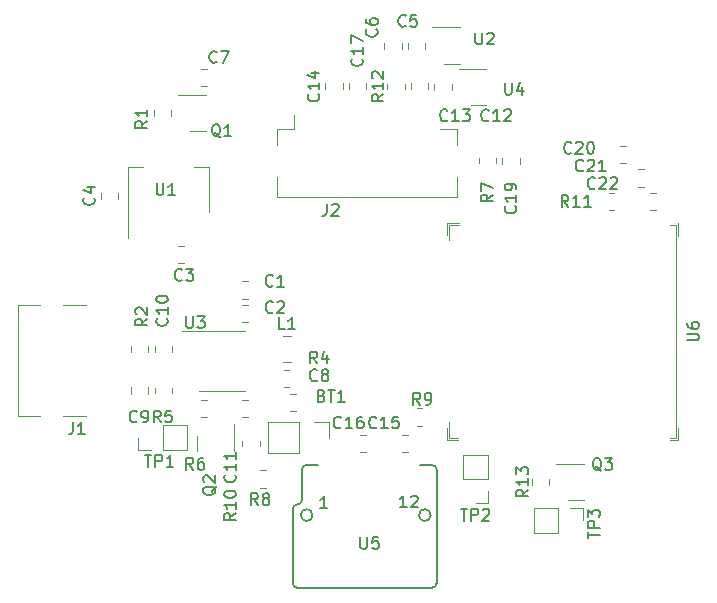
<source format=gbr>
%TF.GenerationSoftware,KiCad,Pcbnew,(6.0.7)*%
%TF.CreationDate,2023-03-05T02:05:44+08:00*%
%TF.ProjectId,CameraPosition,43616d65-7261-4506-9f73-6974696f6e2e,rev?*%
%TF.SameCoordinates,Original*%
%TF.FileFunction,Legend,Top*%
%TF.FilePolarity,Positive*%
%FSLAX46Y46*%
G04 Gerber Fmt 4.6, Leading zero omitted, Abs format (unit mm)*
G04 Created by KiCad (PCBNEW (6.0.7)) date 2023-03-05 02:05:44*
%MOMM*%
%LPD*%
G01*
G04 APERTURE LIST*
%ADD10C,0.150000*%
%ADD11C,0.120000*%
G04 APERTURE END LIST*
D10*
%TO.C,R12*%
X50202380Y-26392857D02*
X49726190Y-26726190D01*
X50202380Y-26964285D02*
X49202380Y-26964285D01*
X49202380Y-26583333D01*
X49250000Y-26488095D01*
X49297619Y-26440476D01*
X49392857Y-26392857D01*
X49535714Y-26392857D01*
X49630952Y-26440476D01*
X49678571Y-26488095D01*
X49726190Y-26583333D01*
X49726190Y-26964285D01*
X50202380Y-25440476D02*
X50202380Y-26011904D01*
X50202380Y-25726190D02*
X49202380Y-25726190D01*
X49345238Y-25821428D01*
X49440476Y-25916666D01*
X49488095Y-26011904D01*
X49297619Y-25059523D02*
X49250000Y-25011904D01*
X49202380Y-24916666D01*
X49202380Y-24678571D01*
X49250000Y-24583333D01*
X49297619Y-24535714D01*
X49392857Y-24488095D01*
X49488095Y-24488095D01*
X49630952Y-24535714D01*
X50202380Y-25107142D01*
X50202380Y-24488095D01*
%TO.C,C5*%
X52083333Y-20607142D02*
X52035714Y-20654761D01*
X51892857Y-20702380D01*
X51797619Y-20702380D01*
X51654761Y-20654761D01*
X51559523Y-20559523D01*
X51511904Y-20464285D01*
X51464285Y-20273809D01*
X51464285Y-20130952D01*
X51511904Y-19940476D01*
X51559523Y-19845238D01*
X51654761Y-19750000D01*
X51797619Y-19702380D01*
X51892857Y-19702380D01*
X52035714Y-19750000D01*
X52083333Y-19797619D01*
X52988095Y-19702380D02*
X52511904Y-19702380D01*
X52464285Y-20178571D01*
X52511904Y-20130952D01*
X52607142Y-20083333D01*
X52845238Y-20083333D01*
X52940476Y-20130952D01*
X52988095Y-20178571D01*
X53035714Y-20273809D01*
X53035714Y-20511904D01*
X52988095Y-20607142D01*
X52940476Y-20654761D01*
X52845238Y-20702380D01*
X52607142Y-20702380D01*
X52511904Y-20654761D01*
X52464285Y-20607142D01*
%TO.C,C20*%
X66107142Y-31357142D02*
X66059523Y-31404761D01*
X65916666Y-31452380D01*
X65821428Y-31452380D01*
X65678571Y-31404761D01*
X65583333Y-31309523D01*
X65535714Y-31214285D01*
X65488095Y-31023809D01*
X65488095Y-30880952D01*
X65535714Y-30690476D01*
X65583333Y-30595238D01*
X65678571Y-30500000D01*
X65821428Y-30452380D01*
X65916666Y-30452380D01*
X66059523Y-30500000D01*
X66107142Y-30547619D01*
X66488095Y-30547619D02*
X66535714Y-30500000D01*
X66630952Y-30452380D01*
X66869047Y-30452380D01*
X66964285Y-30500000D01*
X67011904Y-30547619D01*
X67059523Y-30642857D01*
X67059523Y-30738095D01*
X67011904Y-30880952D01*
X66440476Y-31452380D01*
X67059523Y-31452380D01*
X67678571Y-30452380D02*
X67773809Y-30452380D01*
X67869047Y-30500000D01*
X67916666Y-30547619D01*
X67964285Y-30642857D01*
X68011904Y-30833333D01*
X68011904Y-31071428D01*
X67964285Y-31261904D01*
X67916666Y-31357142D01*
X67869047Y-31404761D01*
X67773809Y-31452380D01*
X67678571Y-31452380D01*
X67583333Y-31404761D01*
X67535714Y-31357142D01*
X67488095Y-31261904D01*
X67440476Y-31071428D01*
X67440476Y-30833333D01*
X67488095Y-30642857D01*
X67535714Y-30547619D01*
X67583333Y-30500000D01*
X67678571Y-30452380D01*
%TO.C,C3*%
X33144585Y-42107142D02*
X33096966Y-42154761D01*
X32954109Y-42202380D01*
X32858871Y-42202380D01*
X32716013Y-42154761D01*
X32620775Y-42059523D01*
X32573156Y-41964285D01*
X32525537Y-41773809D01*
X32525537Y-41630952D01*
X32573156Y-41440476D01*
X32620775Y-41345238D01*
X32716013Y-41250000D01*
X32858871Y-41202380D01*
X32954109Y-41202380D01*
X33096966Y-41250000D01*
X33144585Y-41297619D01*
X33477918Y-41202380D02*
X34096966Y-41202380D01*
X33763632Y-41583333D01*
X33906490Y-41583333D01*
X34001728Y-41630952D01*
X34049347Y-41678571D01*
X34096966Y-41773809D01*
X34096966Y-42011904D01*
X34049347Y-42107142D01*
X34001728Y-42154761D01*
X33906490Y-42202380D01*
X33620775Y-42202380D01*
X33525537Y-42154761D01*
X33477918Y-42107142D01*
%TO.C,Q3*%
X68654761Y-58297619D02*
X68559523Y-58250000D01*
X68464285Y-58154761D01*
X68321428Y-58011904D01*
X68226190Y-57964285D01*
X68130952Y-57964285D01*
X68178571Y-58202380D02*
X68083333Y-58154761D01*
X67988095Y-58059523D01*
X67940476Y-57869047D01*
X67940476Y-57535714D01*
X67988095Y-57345238D01*
X68083333Y-57250000D01*
X68178571Y-57202380D01*
X68369047Y-57202380D01*
X68464285Y-57250000D01*
X68559523Y-57345238D01*
X68607142Y-57535714D01*
X68607142Y-57869047D01*
X68559523Y-58059523D01*
X68464285Y-58154761D01*
X68369047Y-58202380D01*
X68178571Y-58202380D01*
X68940476Y-57202380D02*
X69559523Y-57202380D01*
X69226190Y-57583333D01*
X69369047Y-57583333D01*
X69464285Y-57630952D01*
X69511904Y-57678571D01*
X69559523Y-57773809D01*
X69559523Y-58011904D01*
X69511904Y-58107142D01*
X69464285Y-58154761D01*
X69369047Y-58202380D01*
X69083333Y-58202380D01*
X68988095Y-58154761D01*
X68940476Y-58107142D01*
%TO.C,R8*%
X39583333Y-61202380D02*
X39250000Y-60726190D01*
X39011904Y-61202380D02*
X39011904Y-60202380D01*
X39392857Y-60202380D01*
X39488095Y-60250000D01*
X39535714Y-60297619D01*
X39583333Y-60392857D01*
X39583333Y-60535714D01*
X39535714Y-60630952D01*
X39488095Y-60678571D01*
X39392857Y-60726190D01*
X39011904Y-60726190D01*
X40154761Y-60630952D02*
X40059523Y-60583333D01*
X40011904Y-60535714D01*
X39964285Y-60440476D01*
X39964285Y-60392857D01*
X40011904Y-60297619D01*
X40059523Y-60250000D01*
X40154761Y-60202380D01*
X40345238Y-60202380D01*
X40440476Y-60250000D01*
X40488095Y-60297619D01*
X40535714Y-60392857D01*
X40535714Y-60440476D01*
X40488095Y-60535714D01*
X40440476Y-60583333D01*
X40345238Y-60630952D01*
X40154761Y-60630952D01*
X40059523Y-60678571D01*
X40011904Y-60726190D01*
X39964285Y-60821428D01*
X39964285Y-61011904D01*
X40011904Y-61107142D01*
X40059523Y-61154761D01*
X40154761Y-61202380D01*
X40345238Y-61202380D01*
X40440476Y-61154761D01*
X40488095Y-61107142D01*
X40535714Y-61011904D01*
X40535714Y-60821428D01*
X40488095Y-60726190D01*
X40440476Y-60678571D01*
X40345238Y-60630952D01*
%TO.C,C21*%
X67107142Y-32857142D02*
X67059523Y-32904761D01*
X66916666Y-32952380D01*
X66821428Y-32952380D01*
X66678571Y-32904761D01*
X66583333Y-32809523D01*
X66535714Y-32714285D01*
X66488095Y-32523809D01*
X66488095Y-32380952D01*
X66535714Y-32190476D01*
X66583333Y-32095238D01*
X66678571Y-32000000D01*
X66821428Y-31952380D01*
X66916666Y-31952380D01*
X67059523Y-32000000D01*
X67107142Y-32047619D01*
X67488095Y-32047619D02*
X67535714Y-32000000D01*
X67630952Y-31952380D01*
X67869047Y-31952380D01*
X67964285Y-32000000D01*
X68011904Y-32047619D01*
X68059523Y-32142857D01*
X68059523Y-32238095D01*
X68011904Y-32380952D01*
X67440476Y-32952380D01*
X68059523Y-32952380D01*
X69011904Y-32952380D02*
X68440476Y-32952380D01*
X68726190Y-32952380D02*
X68726190Y-31952380D01*
X68630952Y-32095238D01*
X68535714Y-32190476D01*
X68440476Y-32238095D01*
%TO.C,U4*%
X60488095Y-25452380D02*
X60488095Y-26261904D01*
X60535714Y-26357142D01*
X60583333Y-26404761D01*
X60678571Y-26452380D01*
X60869047Y-26452380D01*
X60964285Y-26404761D01*
X61011904Y-26357142D01*
X61059523Y-26261904D01*
X61059523Y-25452380D01*
X61964285Y-25785714D02*
X61964285Y-26452380D01*
X61726190Y-25404761D02*
X61488095Y-26119047D01*
X62107142Y-26119047D01*
%TO.C,C15*%
X49607142Y-54607142D02*
X49559523Y-54654761D01*
X49416666Y-54702380D01*
X49321428Y-54702380D01*
X49178571Y-54654761D01*
X49083333Y-54559523D01*
X49035714Y-54464285D01*
X48988095Y-54273809D01*
X48988095Y-54130952D01*
X49035714Y-53940476D01*
X49083333Y-53845238D01*
X49178571Y-53750000D01*
X49321428Y-53702380D01*
X49416666Y-53702380D01*
X49559523Y-53750000D01*
X49607142Y-53797619D01*
X50559523Y-54702380D02*
X49988095Y-54702380D01*
X50273809Y-54702380D02*
X50273809Y-53702380D01*
X50178571Y-53845238D01*
X50083333Y-53940476D01*
X49988095Y-53988095D01*
X51464285Y-53702380D02*
X50988095Y-53702380D01*
X50940476Y-54178571D01*
X50988095Y-54130952D01*
X51083333Y-54083333D01*
X51321428Y-54083333D01*
X51416666Y-54130952D01*
X51464285Y-54178571D01*
X51511904Y-54273809D01*
X51511904Y-54511904D01*
X51464285Y-54607142D01*
X51416666Y-54654761D01*
X51321428Y-54702380D01*
X51083333Y-54702380D01*
X50988095Y-54654761D01*
X50940476Y-54607142D01*
%TO.C,R11*%
X65857142Y-35952380D02*
X65523809Y-35476190D01*
X65285714Y-35952380D02*
X65285714Y-34952380D01*
X65666666Y-34952380D01*
X65761904Y-35000000D01*
X65809523Y-35047619D01*
X65857142Y-35142857D01*
X65857142Y-35285714D01*
X65809523Y-35380952D01*
X65761904Y-35428571D01*
X65666666Y-35476190D01*
X65285714Y-35476190D01*
X66809523Y-35952380D02*
X66238095Y-35952380D01*
X66523809Y-35952380D02*
X66523809Y-34952380D01*
X66428571Y-35095238D01*
X66333333Y-35190476D01*
X66238095Y-35238095D01*
X67761904Y-35952380D02*
X67190476Y-35952380D01*
X67476190Y-35952380D02*
X67476190Y-34952380D01*
X67380952Y-35095238D01*
X67285714Y-35190476D01*
X67190476Y-35238095D01*
%TO.C,C12*%
X59107142Y-28607142D02*
X59059523Y-28654761D01*
X58916666Y-28702380D01*
X58821428Y-28702380D01*
X58678571Y-28654761D01*
X58583333Y-28559523D01*
X58535714Y-28464285D01*
X58488095Y-28273809D01*
X58488095Y-28130952D01*
X58535714Y-27940476D01*
X58583333Y-27845238D01*
X58678571Y-27750000D01*
X58821428Y-27702380D01*
X58916666Y-27702380D01*
X59059523Y-27750000D01*
X59107142Y-27797619D01*
X60059523Y-28702380D02*
X59488095Y-28702380D01*
X59773809Y-28702380D02*
X59773809Y-27702380D01*
X59678571Y-27845238D01*
X59583333Y-27940476D01*
X59488095Y-27988095D01*
X60440476Y-27797619D02*
X60488095Y-27750000D01*
X60583333Y-27702380D01*
X60821428Y-27702380D01*
X60916666Y-27750000D01*
X60964285Y-27797619D01*
X61011904Y-27892857D01*
X61011904Y-27988095D01*
X60964285Y-28130952D01*
X60392857Y-28702380D01*
X61011904Y-28702380D01*
%TO.C,C2*%
X40833333Y-44857142D02*
X40785714Y-44904761D01*
X40642857Y-44952380D01*
X40547619Y-44952380D01*
X40404761Y-44904761D01*
X40309523Y-44809523D01*
X40261904Y-44714285D01*
X40214285Y-44523809D01*
X40214285Y-44380952D01*
X40261904Y-44190476D01*
X40309523Y-44095238D01*
X40404761Y-44000000D01*
X40547619Y-43952380D01*
X40642857Y-43952380D01*
X40785714Y-44000000D01*
X40833333Y-44047619D01*
X41214285Y-44047619D02*
X41261904Y-44000000D01*
X41357142Y-43952380D01*
X41595238Y-43952380D01*
X41690476Y-44000000D01*
X41738095Y-44047619D01*
X41785714Y-44142857D01*
X41785714Y-44238095D01*
X41738095Y-44380952D01*
X41166666Y-44952380D01*
X41785714Y-44952380D01*
%TO.C,C14*%
X44677142Y-26392857D02*
X44724761Y-26440476D01*
X44772380Y-26583333D01*
X44772380Y-26678571D01*
X44724761Y-26821428D01*
X44629523Y-26916666D01*
X44534285Y-26964285D01*
X44343809Y-27011904D01*
X44200952Y-27011904D01*
X44010476Y-26964285D01*
X43915238Y-26916666D01*
X43820000Y-26821428D01*
X43772380Y-26678571D01*
X43772380Y-26583333D01*
X43820000Y-26440476D01*
X43867619Y-26392857D01*
X44772380Y-25440476D02*
X44772380Y-26011904D01*
X44772380Y-25726190D02*
X43772380Y-25726190D01*
X43915238Y-25821428D01*
X44010476Y-25916666D01*
X44058095Y-26011904D01*
X44105714Y-24583333D02*
X44772380Y-24583333D01*
X43724761Y-24821428D02*
X44439047Y-25059523D01*
X44439047Y-24440476D01*
%TO.C,R13*%
X62452380Y-59892857D02*
X61976190Y-60226190D01*
X62452380Y-60464285D02*
X61452380Y-60464285D01*
X61452380Y-60083333D01*
X61500000Y-59988095D01*
X61547619Y-59940476D01*
X61642857Y-59892857D01*
X61785714Y-59892857D01*
X61880952Y-59940476D01*
X61928571Y-59988095D01*
X61976190Y-60083333D01*
X61976190Y-60464285D01*
X62452380Y-58940476D02*
X62452380Y-59511904D01*
X62452380Y-59226190D02*
X61452380Y-59226190D01*
X61595238Y-59321428D01*
X61690476Y-59416666D01*
X61738095Y-59511904D01*
X61452380Y-58607142D02*
X61452380Y-57988095D01*
X61833333Y-58321428D01*
X61833333Y-58178571D01*
X61880952Y-58083333D01*
X61928571Y-58035714D01*
X62023809Y-57988095D01*
X62261904Y-57988095D01*
X62357142Y-58035714D01*
X62404761Y-58083333D01*
X62452380Y-58178571D01*
X62452380Y-58464285D01*
X62404761Y-58559523D01*
X62357142Y-58607142D01*
%TO.C,R5*%
X31333333Y-54202380D02*
X31000000Y-53726190D01*
X30761904Y-54202380D02*
X30761904Y-53202380D01*
X31142857Y-53202380D01*
X31238095Y-53250000D01*
X31285714Y-53297619D01*
X31333333Y-53392857D01*
X31333333Y-53535714D01*
X31285714Y-53630952D01*
X31238095Y-53678571D01*
X31142857Y-53726190D01*
X30761904Y-53726190D01*
X32238095Y-53202380D02*
X31761904Y-53202380D01*
X31714285Y-53678571D01*
X31761904Y-53630952D01*
X31857142Y-53583333D01*
X32095238Y-53583333D01*
X32190476Y-53630952D01*
X32238095Y-53678571D01*
X32285714Y-53773809D01*
X32285714Y-54011904D01*
X32238095Y-54107142D01*
X32190476Y-54154761D01*
X32095238Y-54202380D01*
X31857142Y-54202380D01*
X31761904Y-54154761D01*
X31714285Y-54107142D01*
%TO.C,R9*%
X53310397Y-52702380D02*
X52977064Y-52226190D01*
X52738968Y-52702380D02*
X52738968Y-51702380D01*
X53119921Y-51702380D01*
X53215159Y-51750000D01*
X53262778Y-51797619D01*
X53310397Y-51892857D01*
X53310397Y-52035714D01*
X53262778Y-52130952D01*
X53215159Y-52178571D01*
X53119921Y-52226190D01*
X52738968Y-52226190D01*
X53786587Y-52702380D02*
X53977064Y-52702380D01*
X54072302Y-52654761D01*
X54119921Y-52607142D01*
X54215159Y-52464285D01*
X54262778Y-52273809D01*
X54262778Y-51892857D01*
X54215159Y-51797619D01*
X54167540Y-51750000D01*
X54072302Y-51702380D01*
X53881825Y-51702380D01*
X53786587Y-51750000D01*
X53738968Y-51797619D01*
X53691349Y-51892857D01*
X53691349Y-52130952D01*
X53738968Y-52226190D01*
X53786587Y-52273809D01*
X53881825Y-52321428D01*
X54072302Y-52321428D01*
X54167540Y-52273809D01*
X54215159Y-52226190D01*
X54262778Y-52130952D01*
%TO.C,U3*%
X33488095Y-45202380D02*
X33488095Y-46011904D01*
X33535714Y-46107142D01*
X33583333Y-46154761D01*
X33678571Y-46202380D01*
X33869047Y-46202380D01*
X33964285Y-46154761D01*
X34011904Y-46107142D01*
X34059523Y-46011904D01*
X34059523Y-45202380D01*
X34440476Y-45202380D02*
X35059523Y-45202380D01*
X34726190Y-45583333D01*
X34869047Y-45583333D01*
X34964285Y-45630952D01*
X35011904Y-45678571D01*
X35059523Y-45773809D01*
X35059523Y-46011904D01*
X35011904Y-46107142D01*
X34964285Y-46154761D01*
X34869047Y-46202380D01*
X34583333Y-46202380D01*
X34488095Y-46154761D01*
X34440476Y-46107142D01*
%TO.C,C16*%
X46607142Y-54607142D02*
X46559523Y-54654761D01*
X46416666Y-54702380D01*
X46321428Y-54702380D01*
X46178571Y-54654761D01*
X46083333Y-54559523D01*
X46035714Y-54464285D01*
X45988095Y-54273809D01*
X45988095Y-54130952D01*
X46035714Y-53940476D01*
X46083333Y-53845238D01*
X46178571Y-53750000D01*
X46321428Y-53702380D01*
X46416666Y-53702380D01*
X46559523Y-53750000D01*
X46607142Y-53797619D01*
X47559523Y-54702380D02*
X46988095Y-54702380D01*
X47273809Y-54702380D02*
X47273809Y-53702380D01*
X47178571Y-53845238D01*
X47083333Y-53940476D01*
X46988095Y-53988095D01*
X48416666Y-53702380D02*
X48226190Y-53702380D01*
X48130952Y-53750000D01*
X48083333Y-53797619D01*
X47988095Y-53940476D01*
X47940476Y-54130952D01*
X47940476Y-54511904D01*
X47988095Y-54607142D01*
X48035714Y-54654761D01*
X48130952Y-54702380D01*
X48321428Y-54702380D01*
X48416666Y-54654761D01*
X48464285Y-54607142D01*
X48511904Y-54511904D01*
X48511904Y-54273809D01*
X48464285Y-54178571D01*
X48416666Y-54130952D01*
X48321428Y-54083333D01*
X48130952Y-54083333D01*
X48035714Y-54130952D01*
X47988095Y-54178571D01*
X47940476Y-54273809D01*
%TO.C,C4*%
X25677142Y-35166666D02*
X25724761Y-35214285D01*
X25772380Y-35357142D01*
X25772380Y-35452380D01*
X25724761Y-35595238D01*
X25629523Y-35690476D01*
X25534285Y-35738095D01*
X25343809Y-35785714D01*
X25200952Y-35785714D01*
X25010476Y-35738095D01*
X24915238Y-35690476D01*
X24820000Y-35595238D01*
X24772380Y-35452380D01*
X24772380Y-35357142D01*
X24820000Y-35214285D01*
X24867619Y-35166666D01*
X25105714Y-34309523D02*
X25772380Y-34309523D01*
X24724761Y-34547619D02*
X25439047Y-34785714D01*
X25439047Y-34166666D01*
%TO.C,J2*%
X45416666Y-35702380D02*
X45416666Y-36416666D01*
X45369047Y-36559523D01*
X45273809Y-36654761D01*
X45130952Y-36702380D01*
X45035714Y-36702380D01*
X45845238Y-35797619D02*
X45892857Y-35750000D01*
X45988095Y-35702380D01*
X46226190Y-35702380D01*
X46321428Y-35750000D01*
X46369047Y-35797619D01*
X46416666Y-35892857D01*
X46416666Y-35988095D01*
X46369047Y-36130952D01*
X45797619Y-36702380D01*
X46416666Y-36702380D01*
%TO.C,C1*%
X40833333Y-42607142D02*
X40785714Y-42654761D01*
X40642857Y-42702380D01*
X40547619Y-42702380D01*
X40404761Y-42654761D01*
X40309523Y-42559523D01*
X40261904Y-42464285D01*
X40214285Y-42273809D01*
X40214285Y-42130952D01*
X40261904Y-41940476D01*
X40309523Y-41845238D01*
X40404761Y-41750000D01*
X40547619Y-41702380D01*
X40642857Y-41702380D01*
X40785714Y-41750000D01*
X40833333Y-41797619D01*
X41785714Y-42702380D02*
X41214285Y-42702380D01*
X41500000Y-42702380D02*
X41500000Y-41702380D01*
X41404761Y-41845238D01*
X41309523Y-41940476D01*
X41214285Y-41988095D01*
%TO.C,Q2*%
X36047619Y-59595238D02*
X36000000Y-59690476D01*
X35904761Y-59785714D01*
X35761904Y-59928571D01*
X35714285Y-60023809D01*
X35714285Y-60119047D01*
X35952380Y-60071428D02*
X35904761Y-60166666D01*
X35809523Y-60261904D01*
X35619047Y-60309523D01*
X35285714Y-60309523D01*
X35095238Y-60261904D01*
X35000000Y-60166666D01*
X34952380Y-60071428D01*
X34952380Y-59880952D01*
X35000000Y-59785714D01*
X35095238Y-59690476D01*
X35285714Y-59642857D01*
X35619047Y-59642857D01*
X35809523Y-59690476D01*
X35904761Y-59785714D01*
X35952380Y-59880952D01*
X35952380Y-60071428D01*
X35047619Y-59261904D02*
X35000000Y-59214285D01*
X34952380Y-59119047D01*
X34952380Y-58880952D01*
X35000000Y-58785714D01*
X35047619Y-58738095D01*
X35142857Y-58690476D01*
X35238095Y-58690476D01*
X35380952Y-58738095D01*
X35952380Y-59309523D01*
X35952380Y-58690476D01*
%TO.C,R10*%
X37702380Y-61892857D02*
X37226190Y-62226190D01*
X37702380Y-62464285D02*
X36702380Y-62464285D01*
X36702380Y-62083333D01*
X36750000Y-61988095D01*
X36797619Y-61940476D01*
X36892857Y-61892857D01*
X37035714Y-61892857D01*
X37130952Y-61940476D01*
X37178571Y-61988095D01*
X37226190Y-62083333D01*
X37226190Y-62464285D01*
X37702380Y-60940476D02*
X37702380Y-61511904D01*
X37702380Y-61226190D02*
X36702380Y-61226190D01*
X36845238Y-61321428D01*
X36940476Y-61416666D01*
X36988095Y-61511904D01*
X36702380Y-60321428D02*
X36702380Y-60226190D01*
X36750000Y-60130952D01*
X36797619Y-60083333D01*
X36892857Y-60035714D01*
X37083333Y-59988095D01*
X37321428Y-59988095D01*
X37511904Y-60035714D01*
X37607142Y-60083333D01*
X37654761Y-60130952D01*
X37702380Y-60226190D01*
X37702380Y-60321428D01*
X37654761Y-60416666D01*
X37607142Y-60464285D01*
X37511904Y-60511904D01*
X37321428Y-60559523D01*
X37083333Y-60559523D01*
X36892857Y-60511904D01*
X36797619Y-60464285D01*
X36750000Y-60416666D01*
X36702380Y-60321428D01*
%TO.C,R7*%
X59452380Y-34916666D02*
X58976190Y-35250000D01*
X59452380Y-35488095D02*
X58452380Y-35488095D01*
X58452380Y-35107142D01*
X58500000Y-35011904D01*
X58547619Y-34964285D01*
X58642857Y-34916666D01*
X58785714Y-34916666D01*
X58880952Y-34964285D01*
X58928571Y-35011904D01*
X58976190Y-35107142D01*
X58976190Y-35488095D01*
X58452380Y-34583333D02*
X58452380Y-33916666D01*
X59452380Y-34345238D01*
%TO.C,Q1*%
X36404761Y-30047619D02*
X36309523Y-30000000D01*
X36214285Y-29904761D01*
X36071428Y-29761904D01*
X35976190Y-29714285D01*
X35880952Y-29714285D01*
X35928571Y-29952380D02*
X35833333Y-29904761D01*
X35738095Y-29809523D01*
X35690476Y-29619047D01*
X35690476Y-29285714D01*
X35738095Y-29095238D01*
X35833333Y-29000000D01*
X35928571Y-28952380D01*
X36119047Y-28952380D01*
X36214285Y-29000000D01*
X36309523Y-29095238D01*
X36357142Y-29285714D01*
X36357142Y-29619047D01*
X36309523Y-29809523D01*
X36214285Y-29904761D01*
X36119047Y-29952380D01*
X35928571Y-29952380D01*
X37309523Y-29952380D02*
X36738095Y-29952380D01*
X37023809Y-29952380D02*
X37023809Y-28952380D01*
X36928571Y-29095238D01*
X36833333Y-29190476D01*
X36738095Y-29238095D01*
%TO.C,C13*%
X55607142Y-28607142D02*
X55559523Y-28654761D01*
X55416666Y-28702380D01*
X55321428Y-28702380D01*
X55178571Y-28654761D01*
X55083333Y-28559523D01*
X55035714Y-28464285D01*
X54988095Y-28273809D01*
X54988095Y-28130952D01*
X55035714Y-27940476D01*
X55083333Y-27845238D01*
X55178571Y-27750000D01*
X55321428Y-27702380D01*
X55416666Y-27702380D01*
X55559523Y-27750000D01*
X55607142Y-27797619D01*
X56559523Y-28702380D02*
X55988095Y-28702380D01*
X56273809Y-28702380D02*
X56273809Y-27702380D01*
X56178571Y-27845238D01*
X56083333Y-27940476D01*
X55988095Y-27988095D01*
X56892857Y-27702380D02*
X57511904Y-27702380D01*
X57178571Y-28083333D01*
X57321428Y-28083333D01*
X57416666Y-28130952D01*
X57464285Y-28178571D01*
X57511904Y-28273809D01*
X57511904Y-28511904D01*
X57464285Y-28607142D01*
X57416666Y-28654761D01*
X57321428Y-28702380D01*
X57035714Y-28702380D01*
X56940476Y-28654761D01*
X56892857Y-28607142D01*
%TO.C,L1*%
X41858333Y-46302380D02*
X41382142Y-46302380D01*
X41382142Y-45302380D01*
X42715476Y-46302380D02*
X42144047Y-46302380D01*
X42429761Y-46302380D02*
X42429761Y-45302380D01*
X42334523Y-45445238D01*
X42239285Y-45540476D01*
X42144047Y-45588095D01*
%TO.C,C8*%
X44583333Y-50607142D02*
X44535714Y-50654761D01*
X44392857Y-50702380D01*
X44297619Y-50702380D01*
X44154761Y-50654761D01*
X44059523Y-50559523D01*
X44011904Y-50464285D01*
X43964285Y-50273809D01*
X43964285Y-50130952D01*
X44011904Y-49940476D01*
X44059523Y-49845238D01*
X44154761Y-49750000D01*
X44297619Y-49702380D01*
X44392857Y-49702380D01*
X44535714Y-49750000D01*
X44583333Y-49797619D01*
X45154761Y-50130952D02*
X45059523Y-50083333D01*
X45011904Y-50035714D01*
X44964285Y-49940476D01*
X44964285Y-49892857D01*
X45011904Y-49797619D01*
X45059523Y-49750000D01*
X45154761Y-49702380D01*
X45345238Y-49702380D01*
X45440476Y-49750000D01*
X45488095Y-49797619D01*
X45535714Y-49892857D01*
X45535714Y-49940476D01*
X45488095Y-50035714D01*
X45440476Y-50083333D01*
X45345238Y-50130952D01*
X45154761Y-50130952D01*
X45059523Y-50178571D01*
X45011904Y-50226190D01*
X44964285Y-50321428D01*
X44964285Y-50511904D01*
X45011904Y-50607142D01*
X45059523Y-50654761D01*
X45154761Y-50702380D01*
X45345238Y-50702380D01*
X45440476Y-50654761D01*
X45488095Y-50607142D01*
X45535714Y-50511904D01*
X45535714Y-50321428D01*
X45488095Y-50226190D01*
X45440476Y-50178571D01*
X45345238Y-50130952D01*
%TO.C,R6*%
X34083333Y-58202380D02*
X33750000Y-57726190D01*
X33511904Y-58202380D02*
X33511904Y-57202380D01*
X33892857Y-57202380D01*
X33988095Y-57250000D01*
X34035714Y-57297619D01*
X34083333Y-57392857D01*
X34083333Y-57535714D01*
X34035714Y-57630952D01*
X33988095Y-57678571D01*
X33892857Y-57726190D01*
X33511904Y-57726190D01*
X34940476Y-57202380D02*
X34750000Y-57202380D01*
X34654761Y-57250000D01*
X34607142Y-57297619D01*
X34511904Y-57440476D01*
X34464285Y-57630952D01*
X34464285Y-58011904D01*
X34511904Y-58107142D01*
X34559523Y-58154761D01*
X34654761Y-58202380D01*
X34845238Y-58202380D01*
X34940476Y-58154761D01*
X34988095Y-58107142D01*
X35035714Y-58011904D01*
X35035714Y-57773809D01*
X34988095Y-57678571D01*
X34940476Y-57630952D01*
X34845238Y-57583333D01*
X34654761Y-57583333D01*
X34559523Y-57630952D01*
X34511904Y-57678571D01*
X34464285Y-57773809D01*
%TO.C,C19*%
X61357142Y-35892857D02*
X61404761Y-35940476D01*
X61452380Y-36083333D01*
X61452380Y-36178571D01*
X61404761Y-36321428D01*
X61309523Y-36416666D01*
X61214285Y-36464285D01*
X61023809Y-36511904D01*
X60880952Y-36511904D01*
X60690476Y-36464285D01*
X60595238Y-36416666D01*
X60500000Y-36321428D01*
X60452380Y-36178571D01*
X60452380Y-36083333D01*
X60500000Y-35940476D01*
X60547619Y-35892857D01*
X61452380Y-34940476D02*
X61452380Y-35511904D01*
X61452380Y-35226190D02*
X60452380Y-35226190D01*
X60595238Y-35321428D01*
X60690476Y-35416666D01*
X60738095Y-35511904D01*
X61452380Y-34464285D02*
X61452380Y-34273809D01*
X61404761Y-34178571D01*
X61357142Y-34130952D01*
X61214285Y-34035714D01*
X61023809Y-33988095D01*
X60642857Y-33988095D01*
X60547619Y-34035714D01*
X60500000Y-34083333D01*
X60452380Y-34178571D01*
X60452380Y-34369047D01*
X60500000Y-34464285D01*
X60547619Y-34511904D01*
X60642857Y-34559523D01*
X60880952Y-34559523D01*
X60976190Y-34511904D01*
X61023809Y-34464285D01*
X61071428Y-34369047D01*
X61071428Y-34178571D01*
X61023809Y-34083333D01*
X60976190Y-34035714D01*
X60880952Y-33988095D01*
%TO.C,U6*%
X75902380Y-47261904D02*
X76711904Y-47261904D01*
X76807142Y-47214285D01*
X76854761Y-47166666D01*
X76902380Y-47071428D01*
X76902380Y-46880952D01*
X76854761Y-46785714D01*
X76807142Y-46738095D01*
X76711904Y-46690476D01*
X75902380Y-46690476D01*
X75902380Y-45785714D02*
X75902380Y-45976190D01*
X75950000Y-46071428D01*
X75997619Y-46119047D01*
X76140476Y-46214285D01*
X76330952Y-46261904D01*
X76711904Y-46261904D01*
X76807142Y-46214285D01*
X76854761Y-46166666D01*
X76902380Y-46071428D01*
X76902380Y-45880952D01*
X76854761Y-45785714D01*
X76807142Y-45738095D01*
X76711904Y-45690476D01*
X76473809Y-45690476D01*
X76378571Y-45738095D01*
X76330952Y-45785714D01*
X76283333Y-45880952D01*
X76283333Y-46071428D01*
X76330952Y-46166666D01*
X76378571Y-46214285D01*
X76473809Y-46261904D01*
%TO.C,R2*%
X30202380Y-45416666D02*
X29726190Y-45750000D01*
X30202380Y-45988095D02*
X29202380Y-45988095D01*
X29202380Y-45607142D01*
X29250000Y-45511904D01*
X29297619Y-45464285D01*
X29392857Y-45416666D01*
X29535714Y-45416666D01*
X29630952Y-45464285D01*
X29678571Y-45511904D01*
X29726190Y-45607142D01*
X29726190Y-45988095D01*
X29297619Y-45035714D02*
X29250000Y-44988095D01*
X29202380Y-44892857D01*
X29202380Y-44654761D01*
X29250000Y-44559523D01*
X29297619Y-44511904D01*
X29392857Y-44464285D01*
X29488095Y-44464285D01*
X29630952Y-44511904D01*
X30202380Y-45083333D01*
X30202380Y-44464285D01*
%TO.C,C11*%
X37607142Y-58642857D02*
X37654761Y-58690476D01*
X37702380Y-58833333D01*
X37702380Y-58928571D01*
X37654761Y-59071428D01*
X37559523Y-59166666D01*
X37464285Y-59214285D01*
X37273809Y-59261904D01*
X37130952Y-59261904D01*
X36940476Y-59214285D01*
X36845238Y-59166666D01*
X36750000Y-59071428D01*
X36702380Y-58928571D01*
X36702380Y-58833333D01*
X36750000Y-58690476D01*
X36797619Y-58642857D01*
X37702380Y-57690476D02*
X37702380Y-58261904D01*
X37702380Y-57976190D02*
X36702380Y-57976190D01*
X36845238Y-58071428D01*
X36940476Y-58166666D01*
X36988095Y-58261904D01*
X37702380Y-56738095D02*
X37702380Y-57309523D01*
X37702380Y-57023809D02*
X36702380Y-57023809D01*
X36845238Y-57119047D01*
X36940476Y-57214285D01*
X36988095Y-57309523D01*
%TO.C,U2*%
X57988095Y-21202380D02*
X57988095Y-22011904D01*
X58035714Y-22107142D01*
X58083333Y-22154761D01*
X58178571Y-22202380D01*
X58369047Y-22202380D01*
X58464285Y-22154761D01*
X58511904Y-22107142D01*
X58559523Y-22011904D01*
X58559523Y-21202380D01*
X58988095Y-21297619D02*
X59035714Y-21250000D01*
X59130952Y-21202380D01*
X59369047Y-21202380D01*
X59464285Y-21250000D01*
X59511904Y-21297619D01*
X59559523Y-21392857D01*
X59559523Y-21488095D01*
X59511904Y-21630952D01*
X58940476Y-22202380D01*
X59559523Y-22202380D01*
%TO.C,BT1*%
X44964285Y-51928571D02*
X45107142Y-51976190D01*
X45154761Y-52023809D01*
X45202380Y-52119047D01*
X45202380Y-52261904D01*
X45154761Y-52357142D01*
X45107142Y-52404761D01*
X45011904Y-52452380D01*
X44630952Y-52452380D01*
X44630952Y-51452380D01*
X44964285Y-51452380D01*
X45059523Y-51500000D01*
X45107142Y-51547619D01*
X45154761Y-51642857D01*
X45154761Y-51738095D01*
X45107142Y-51833333D01*
X45059523Y-51880952D01*
X44964285Y-51928571D01*
X44630952Y-51928571D01*
X45488095Y-51452380D02*
X46059523Y-51452380D01*
X45773809Y-52452380D02*
X45773809Y-51452380D01*
X46916666Y-52452380D02*
X46345238Y-52452380D01*
X46630952Y-52452380D02*
X46630952Y-51452380D01*
X46535714Y-51595238D01*
X46440476Y-51690476D01*
X46345238Y-51738095D01*
%TO.C,TP3*%
X67512380Y-64011904D02*
X67512380Y-63440476D01*
X68512380Y-63726190D02*
X67512380Y-63726190D01*
X68512380Y-63107142D02*
X67512380Y-63107142D01*
X67512380Y-62726190D01*
X67560000Y-62630952D01*
X67607619Y-62583333D01*
X67702857Y-62535714D01*
X67845714Y-62535714D01*
X67940952Y-62583333D01*
X67988571Y-62630952D01*
X68036190Y-62726190D01*
X68036190Y-63107142D01*
X67512380Y-62202380D02*
X67512380Y-61583333D01*
X67893333Y-61916666D01*
X67893333Y-61773809D01*
X67940952Y-61678571D01*
X67988571Y-61630952D01*
X68083809Y-61583333D01*
X68321904Y-61583333D01*
X68417142Y-61630952D01*
X68464761Y-61678571D01*
X68512380Y-61773809D01*
X68512380Y-62059523D01*
X68464761Y-62154761D01*
X68417142Y-62202380D01*
%TO.C,TP2*%
X56738095Y-61512380D02*
X57309523Y-61512380D01*
X57023809Y-62512380D02*
X57023809Y-61512380D01*
X57642857Y-62512380D02*
X57642857Y-61512380D01*
X58023809Y-61512380D01*
X58119047Y-61560000D01*
X58166666Y-61607619D01*
X58214285Y-61702857D01*
X58214285Y-61845714D01*
X58166666Y-61940952D01*
X58119047Y-61988571D01*
X58023809Y-62036190D01*
X57642857Y-62036190D01*
X58595238Y-61607619D02*
X58642857Y-61560000D01*
X58738095Y-61512380D01*
X58976190Y-61512380D01*
X59071428Y-61560000D01*
X59119047Y-61607619D01*
X59166666Y-61702857D01*
X59166666Y-61798095D01*
X59119047Y-61940952D01*
X58547619Y-62512380D01*
X59166666Y-62512380D01*
%TO.C,U5*%
X48238095Y-63902380D02*
X48238095Y-64711904D01*
X48285714Y-64807142D01*
X48333333Y-64854761D01*
X48428571Y-64902380D01*
X48619047Y-64902380D01*
X48714285Y-64854761D01*
X48761904Y-64807142D01*
X48809523Y-64711904D01*
X48809523Y-63902380D01*
X49761904Y-63902380D02*
X49285714Y-63902380D01*
X49238095Y-64378571D01*
X49285714Y-64330952D01*
X49380952Y-64283333D01*
X49619047Y-64283333D01*
X49714285Y-64330952D01*
X49761904Y-64378571D01*
X49809523Y-64473809D01*
X49809523Y-64711904D01*
X49761904Y-64807142D01*
X49714285Y-64854761D01*
X49619047Y-64902380D01*
X49380952Y-64902380D01*
X49285714Y-64854761D01*
X49238095Y-64807142D01*
X52159523Y-61402380D02*
X51588095Y-61402380D01*
X51873809Y-61402380D02*
X51873809Y-60402380D01*
X51778571Y-60545238D01*
X51683333Y-60640476D01*
X51588095Y-60688095D01*
X52540476Y-60497619D02*
X52588095Y-60450000D01*
X52683333Y-60402380D01*
X52921428Y-60402380D01*
X53016666Y-60450000D01*
X53064285Y-60497619D01*
X53111904Y-60592857D01*
X53111904Y-60688095D01*
X53064285Y-60830952D01*
X52492857Y-61402380D01*
X53111904Y-61402380D01*
X45435714Y-61452380D02*
X44864285Y-61452380D01*
X45150000Y-61452380D02*
X45150000Y-60452380D01*
X45054761Y-60595238D01*
X44959523Y-60690476D01*
X44864285Y-60738095D01*
%TO.C,R1*%
X30202380Y-28666666D02*
X29726190Y-29000000D01*
X30202380Y-29238095D02*
X29202380Y-29238095D01*
X29202380Y-28857142D01*
X29250000Y-28761904D01*
X29297619Y-28714285D01*
X29392857Y-28666666D01*
X29535714Y-28666666D01*
X29630952Y-28714285D01*
X29678571Y-28761904D01*
X29726190Y-28857142D01*
X29726190Y-29238095D01*
X30202380Y-27714285D02*
X30202380Y-28285714D01*
X30202380Y-28000000D02*
X29202380Y-28000000D01*
X29345238Y-28095238D01*
X29440476Y-28190476D01*
X29488095Y-28285714D01*
%TO.C,TP1*%
X29988095Y-56952380D02*
X30559523Y-56952380D01*
X30273809Y-57952380D02*
X30273809Y-56952380D01*
X30892857Y-57952380D02*
X30892857Y-56952380D01*
X31273809Y-56952380D01*
X31369047Y-57000000D01*
X31416666Y-57047619D01*
X31464285Y-57142857D01*
X31464285Y-57285714D01*
X31416666Y-57380952D01*
X31369047Y-57428571D01*
X31273809Y-57476190D01*
X30892857Y-57476190D01*
X32416666Y-57952380D02*
X31845238Y-57952380D01*
X32130952Y-57952380D02*
X32130952Y-56952380D01*
X32035714Y-57095238D01*
X31940476Y-57190476D01*
X31845238Y-57238095D01*
%TO.C,C7*%
X36083333Y-23677142D02*
X36035714Y-23724761D01*
X35892857Y-23772380D01*
X35797619Y-23772380D01*
X35654761Y-23724761D01*
X35559523Y-23629523D01*
X35511904Y-23534285D01*
X35464285Y-23343809D01*
X35464285Y-23200952D01*
X35511904Y-23010476D01*
X35559523Y-22915238D01*
X35654761Y-22820000D01*
X35797619Y-22772380D01*
X35892857Y-22772380D01*
X36035714Y-22820000D01*
X36083333Y-22867619D01*
X36416666Y-22772380D02*
X37083333Y-22772380D01*
X36654761Y-23772380D01*
%TO.C,C22*%
X68107142Y-34357142D02*
X68059523Y-34404761D01*
X67916666Y-34452380D01*
X67821428Y-34452380D01*
X67678571Y-34404761D01*
X67583333Y-34309523D01*
X67535714Y-34214285D01*
X67488095Y-34023809D01*
X67488095Y-33880952D01*
X67535714Y-33690476D01*
X67583333Y-33595238D01*
X67678571Y-33500000D01*
X67821428Y-33452380D01*
X67916666Y-33452380D01*
X68059523Y-33500000D01*
X68107142Y-33547619D01*
X68488095Y-33547619D02*
X68535714Y-33500000D01*
X68630952Y-33452380D01*
X68869047Y-33452380D01*
X68964285Y-33500000D01*
X69011904Y-33547619D01*
X69059523Y-33642857D01*
X69059523Y-33738095D01*
X69011904Y-33880952D01*
X68440476Y-34452380D01*
X69059523Y-34452380D01*
X69440476Y-33547619D02*
X69488095Y-33500000D01*
X69583333Y-33452380D01*
X69821428Y-33452380D01*
X69916666Y-33500000D01*
X69964285Y-33547619D01*
X70011904Y-33642857D01*
X70011904Y-33738095D01*
X69964285Y-33880952D01*
X69392857Y-34452380D01*
X70011904Y-34452380D01*
%TO.C,R4*%
X44583333Y-49202380D02*
X44250000Y-48726190D01*
X44011904Y-49202380D02*
X44011904Y-48202380D01*
X44392857Y-48202380D01*
X44488095Y-48250000D01*
X44535714Y-48297619D01*
X44583333Y-48392857D01*
X44583333Y-48535714D01*
X44535714Y-48630952D01*
X44488095Y-48678571D01*
X44392857Y-48726190D01*
X44011904Y-48726190D01*
X45440476Y-48535714D02*
X45440476Y-49202380D01*
X45202380Y-48154761D02*
X44964285Y-48869047D01*
X45583333Y-48869047D01*
%TO.C,J1*%
X23916666Y-54202380D02*
X23916666Y-54916666D01*
X23869047Y-55059523D01*
X23773809Y-55154761D01*
X23630952Y-55202380D01*
X23535714Y-55202380D01*
X24916666Y-55202380D02*
X24345238Y-55202380D01*
X24630952Y-55202380D02*
X24630952Y-54202380D01*
X24535714Y-54345238D01*
X24440476Y-54440476D01*
X24345238Y-54488095D01*
%TO.C,C17*%
X48357142Y-23392857D02*
X48404761Y-23440476D01*
X48452380Y-23583333D01*
X48452380Y-23678571D01*
X48404761Y-23821428D01*
X48309523Y-23916666D01*
X48214285Y-23964285D01*
X48023809Y-24011904D01*
X47880952Y-24011904D01*
X47690476Y-23964285D01*
X47595238Y-23916666D01*
X47500000Y-23821428D01*
X47452380Y-23678571D01*
X47452380Y-23583333D01*
X47500000Y-23440476D01*
X47547619Y-23392857D01*
X48452380Y-22440476D02*
X48452380Y-23011904D01*
X48452380Y-22726190D02*
X47452380Y-22726190D01*
X47595238Y-22821428D01*
X47690476Y-22916666D01*
X47738095Y-23011904D01*
X47452380Y-22107142D02*
X47452380Y-21440476D01*
X48452380Y-21869047D01*
%TO.C,C10*%
X31857142Y-45392857D02*
X31904761Y-45440476D01*
X31952380Y-45583333D01*
X31952380Y-45678571D01*
X31904761Y-45821428D01*
X31809523Y-45916666D01*
X31714285Y-45964285D01*
X31523809Y-46011904D01*
X31380952Y-46011904D01*
X31190476Y-45964285D01*
X31095238Y-45916666D01*
X31000000Y-45821428D01*
X30952380Y-45678571D01*
X30952380Y-45583333D01*
X31000000Y-45440476D01*
X31047619Y-45392857D01*
X31952380Y-44440476D02*
X31952380Y-45011904D01*
X31952380Y-44726190D02*
X30952380Y-44726190D01*
X31095238Y-44821428D01*
X31190476Y-44916666D01*
X31238095Y-45011904D01*
X30952380Y-43821428D02*
X30952380Y-43726190D01*
X31000000Y-43630952D01*
X31047619Y-43583333D01*
X31142857Y-43535714D01*
X31333333Y-43488095D01*
X31571428Y-43488095D01*
X31761904Y-43535714D01*
X31857142Y-43583333D01*
X31904761Y-43630952D01*
X31952380Y-43726190D01*
X31952380Y-43821428D01*
X31904761Y-43916666D01*
X31857142Y-43964285D01*
X31761904Y-44011904D01*
X31571428Y-44059523D01*
X31333333Y-44059523D01*
X31142857Y-44011904D01*
X31047619Y-43964285D01*
X31000000Y-43916666D01*
X30952380Y-43821428D01*
%TO.C,U1*%
X30988095Y-33952380D02*
X30988095Y-34761904D01*
X31035714Y-34857142D01*
X31083333Y-34904761D01*
X31178571Y-34952380D01*
X31369047Y-34952380D01*
X31464285Y-34904761D01*
X31511904Y-34857142D01*
X31559523Y-34761904D01*
X31559523Y-33952380D01*
X32559523Y-34952380D02*
X31988095Y-34952380D01*
X32273809Y-34952380D02*
X32273809Y-33952380D01*
X32178571Y-34095238D01*
X32083333Y-34190476D01*
X31988095Y-34238095D01*
%TO.C,C9*%
X29333333Y-54107142D02*
X29285714Y-54154761D01*
X29142857Y-54202380D01*
X29047619Y-54202380D01*
X28904761Y-54154761D01*
X28809523Y-54059523D01*
X28761904Y-53964285D01*
X28714285Y-53773809D01*
X28714285Y-53630952D01*
X28761904Y-53440476D01*
X28809523Y-53345238D01*
X28904761Y-53250000D01*
X29047619Y-53202380D01*
X29142857Y-53202380D01*
X29285714Y-53250000D01*
X29333333Y-53297619D01*
X29809523Y-54202380D02*
X30000000Y-54202380D01*
X30095238Y-54154761D01*
X30142857Y-54107142D01*
X30238095Y-53964285D01*
X30285714Y-53773809D01*
X30285714Y-53392857D01*
X30238095Y-53297619D01*
X30190476Y-53250000D01*
X30095238Y-53202380D01*
X29904761Y-53202380D01*
X29809523Y-53250000D01*
X29761904Y-53297619D01*
X29714285Y-53392857D01*
X29714285Y-53630952D01*
X29761904Y-53726190D01*
X29809523Y-53773809D01*
X29904761Y-53821428D01*
X30095238Y-53821428D01*
X30190476Y-53773809D01*
X30238095Y-53726190D01*
X30285714Y-53630952D01*
%TO.C,C6*%
X49607142Y-20916666D02*
X49654761Y-20964285D01*
X49702380Y-21107142D01*
X49702380Y-21202380D01*
X49654761Y-21345238D01*
X49559523Y-21440476D01*
X49464285Y-21488095D01*
X49273809Y-21535714D01*
X49130952Y-21535714D01*
X48940476Y-21488095D01*
X48845238Y-21440476D01*
X48750000Y-21345238D01*
X48702380Y-21202380D01*
X48702380Y-21107142D01*
X48750000Y-20964285D01*
X48797619Y-20916666D01*
X48702380Y-20059523D02*
X48702380Y-20250000D01*
X48750000Y-20345238D01*
X48797619Y-20392857D01*
X48940476Y-20488095D01*
X49130952Y-20535714D01*
X49511904Y-20535714D01*
X49607142Y-20488095D01*
X49654761Y-20440476D01*
X49702380Y-20345238D01*
X49702380Y-20154761D01*
X49654761Y-20059523D01*
X49607142Y-20011904D01*
X49511904Y-19964285D01*
X49273809Y-19964285D01*
X49178571Y-20011904D01*
X49130952Y-20059523D01*
X49083333Y-20154761D01*
X49083333Y-20345238D01*
X49130952Y-20440476D01*
X49178571Y-20488095D01*
X49273809Y-20535714D01*
D11*
%TO.C,R12*%
X51985000Y-25522936D02*
X51985000Y-25977064D01*
X50515000Y-25522936D02*
X50515000Y-25977064D01*
%TO.C,C5*%
X52265000Y-22038748D02*
X52265000Y-22561252D01*
X53735000Y-22038748D02*
X53735000Y-22561252D01*
%TO.C,C20*%
X70238748Y-32235000D02*
X70761252Y-32235000D01*
X70238748Y-30765000D02*
X70761252Y-30765000D01*
%TO.C,C3*%
X32788748Y-40735000D02*
X33311252Y-40735000D01*
X32788748Y-39265000D02*
X33311252Y-39265000D01*
%TO.C,Q3*%
X66500000Y-57690000D02*
X64825000Y-57690000D01*
X66500000Y-60810000D02*
X65850000Y-60810000D01*
X66500000Y-60810000D02*
X67150000Y-60810000D01*
X66500000Y-57690000D02*
X67150000Y-57690000D01*
%TO.C,R8*%
X39772936Y-59735000D02*
X40227064Y-59735000D01*
X39772936Y-58265000D02*
X40227064Y-58265000D01*
%TO.C,C21*%
X71738748Y-32765000D02*
X72261252Y-32765000D01*
X71738748Y-34235000D02*
X72261252Y-34235000D01*
%TO.C,U4*%
X58250000Y-24240000D02*
X58900000Y-24240000D01*
X58250000Y-27360000D02*
X57600000Y-27360000D01*
X58250000Y-24240000D02*
X56575000Y-24240000D01*
X58250000Y-27360000D02*
X58900000Y-27360000D01*
%TO.C,C15*%
X51738748Y-56735000D02*
X52261252Y-56735000D01*
X51738748Y-55265000D02*
X52261252Y-55265000D01*
%TO.C,R11*%
X69272936Y-34765000D02*
X69727064Y-34765000D01*
X69272936Y-36235000D02*
X69727064Y-36235000D01*
%TO.C,C12*%
X55985000Y-25538748D02*
X55985000Y-26061252D01*
X54515000Y-25538748D02*
X54515000Y-26061252D01*
%TO.C,C2*%
X38238748Y-45735000D02*
X38761252Y-45735000D01*
X38238748Y-44265000D02*
X38761252Y-44265000D01*
%TO.C,C14*%
X46735000Y-26011252D02*
X46735000Y-25488748D01*
X45265000Y-26011252D02*
X45265000Y-25488748D01*
%TO.C,R13*%
X62765000Y-59022936D02*
X62765000Y-59477064D01*
X64235000Y-59022936D02*
X64235000Y-59477064D01*
%TO.C,R5*%
X30835000Y-51272936D02*
X30835000Y-51727064D01*
X32305000Y-51272936D02*
X32305000Y-51727064D01*
%TO.C,R9*%
X53477064Y-53015000D02*
X53022936Y-53015000D01*
X53477064Y-54485000D02*
X53022936Y-54485000D01*
%TO.C,U3*%
X36570000Y-51560000D02*
X34620000Y-51560000D01*
X36570000Y-46440000D02*
X33120000Y-46440000D01*
X36570000Y-46440000D02*
X38520000Y-46440000D01*
X36570000Y-51560000D02*
X38520000Y-51560000D01*
%TO.C,C16*%
X48761252Y-55265000D02*
X48238748Y-55265000D01*
X48761252Y-56735000D02*
X48238748Y-56735000D01*
%TO.C,C4*%
X27735000Y-35261252D02*
X27735000Y-34738748D01*
X26265000Y-35261252D02*
X26265000Y-34738748D01*
%TO.C,J2*%
X41150000Y-35150000D02*
X56450000Y-35150000D01*
X56450000Y-29350000D02*
X56450000Y-30690000D01*
X41150000Y-33410000D02*
X41150000Y-35150000D01*
X42640000Y-29350000D02*
X41150000Y-29350000D01*
X56450000Y-35150000D02*
X56450000Y-33410000D01*
X54960000Y-29350000D02*
X56450000Y-29350000D01*
X41150000Y-29350000D02*
X41150000Y-30690000D01*
X42640000Y-29350000D02*
X42640000Y-28150000D01*
%TO.C,C1*%
X38238748Y-42265000D02*
X38761252Y-42265000D01*
X38238748Y-43735000D02*
X38761252Y-43735000D01*
%TO.C,Q2*%
X34440000Y-56000000D02*
X34440000Y-56650000D01*
X37560000Y-56000000D02*
X37560000Y-54325000D01*
X37560000Y-56000000D02*
X37560000Y-56650000D01*
X34440000Y-56000000D02*
X34440000Y-55350000D01*
%TO.C,R10*%
X39735000Y-55772936D02*
X39735000Y-56227064D01*
X38265000Y-55772936D02*
X38265000Y-56227064D01*
%TO.C,R7*%
X59735000Y-32277064D02*
X59735000Y-31822936D01*
X58265000Y-32277064D02*
X58265000Y-31822936D01*
%TO.C,Q1*%
X34500000Y-26440000D02*
X35150000Y-26440000D01*
X34500000Y-29560000D02*
X35150000Y-29560000D01*
X34500000Y-29560000D02*
X33850000Y-29560000D01*
X34500000Y-26440000D02*
X32825000Y-26440000D01*
%TO.C,C13*%
X52515000Y-25488748D02*
X52515000Y-26011252D01*
X53985000Y-25488748D02*
X53985000Y-26011252D01*
%TO.C,L1*%
X41675000Y-49100000D02*
X42375000Y-49100000D01*
X41675000Y-46900000D02*
X42375000Y-46900000D01*
%TO.C,C8*%
X42288748Y-53235000D02*
X42811252Y-53235000D01*
X42288748Y-51765000D02*
X42811252Y-51765000D01*
%TO.C,R6*%
X34772936Y-52265000D02*
X35227064Y-52265000D01*
X34772936Y-53735000D02*
X35227064Y-53735000D01*
%TO.C,C19*%
X61735000Y-31788748D02*
X61735000Y-32311252D01*
X60265000Y-31788748D02*
X60265000Y-32311252D01*
%TO.C,U6*%
X74950000Y-37500000D02*
X74450000Y-37500000D01*
X75100000Y-37300000D02*
X75100000Y-38400000D01*
X55750000Y-55500000D02*
X55750000Y-54150000D01*
X74950000Y-55500000D02*
X74450000Y-55500000D01*
X55750000Y-37500000D02*
X55750000Y-38800000D01*
X55600000Y-37350000D02*
X56600000Y-37350000D01*
X56600000Y-37500000D02*
X55750000Y-37500000D01*
X74950000Y-55500000D02*
X74950000Y-37500000D01*
X56500000Y-55500000D02*
X55750000Y-55500000D01*
X74450000Y-55650000D02*
X75100000Y-55650000D01*
X55600000Y-55650000D02*
X55600000Y-54650000D01*
X55600000Y-37350000D02*
X55600000Y-38350000D01*
X56500000Y-55650000D02*
X55600000Y-55650000D01*
X75100000Y-55650000D02*
X75100000Y-54650000D01*
%TO.C,R2*%
X30305000Y-48227064D02*
X30305000Y-47772936D01*
X28835000Y-48227064D02*
X28835000Y-47772936D01*
%TO.C,C11*%
X38238748Y-53735000D02*
X38761252Y-53735000D01*
X38238748Y-52265000D02*
X38761252Y-52265000D01*
%TO.C,U2*%
X56000000Y-23860000D02*
X56650000Y-23860000D01*
X56000000Y-20740000D02*
X54325000Y-20740000D01*
X56000000Y-20740000D02*
X56650000Y-20740000D01*
X56000000Y-23860000D02*
X55350000Y-23860000D01*
%TO.C,BT1*%
X43030000Y-54170000D02*
X40430000Y-54170000D01*
X40430000Y-54170000D02*
X40430000Y-56830000D01*
X43030000Y-54170000D02*
X43030000Y-56830000D01*
X45630000Y-54170000D02*
X45630000Y-55500000D01*
X43030000Y-56830000D02*
X40430000Y-56830000D01*
X44300000Y-54170000D02*
X45630000Y-54170000D01*
%TO.C,TP3*%
X62940000Y-61440000D02*
X62940000Y-63560000D01*
X65000000Y-61440000D02*
X65000000Y-63560000D01*
X67060000Y-61440000D02*
X67060000Y-62500000D01*
X66000000Y-61440000D02*
X67060000Y-61440000D01*
X65000000Y-63560000D02*
X62940000Y-63560000D01*
X65000000Y-61440000D02*
X62940000Y-61440000D01*
%TO.C,TP2*%
X56940000Y-59000000D02*
X56940000Y-56940000D01*
X59060000Y-59000000D02*
X59060000Y-56940000D01*
X59060000Y-56940000D02*
X56940000Y-56940000D01*
X59060000Y-59000000D02*
X56940000Y-59000000D01*
X59060000Y-61060000D02*
X58000000Y-61060000D01*
X59060000Y-60000000D02*
X59060000Y-61060000D01*
D10*
%TO.C,U5*%
X42500000Y-67800000D02*
X42500000Y-61550000D01*
X54300000Y-57800000D02*
X53300000Y-57800000D01*
X42900000Y-68200000D02*
X54300000Y-68200000D01*
X54700000Y-67800000D02*
X54700000Y-58200000D01*
X43300000Y-60750000D02*
X43300000Y-58150000D01*
X44700000Y-57800000D02*
X43700000Y-57800000D01*
X43700000Y-57800000D02*
G75*
G03*
X43300000Y-58200000I0J-400000D01*
G01*
X42900000Y-61150000D02*
G75*
G03*
X43300000Y-60750000I0J400000D01*
G01*
X54700000Y-58200000D02*
G75*
G03*
X54300000Y-57800000I-399999J1D01*
G01*
X54300000Y-68200000D02*
G75*
G03*
X54700000Y-67800000I1J399999D01*
G01*
X42500000Y-67800000D02*
G75*
G03*
X42900000Y-68200000I400000J0D01*
G01*
X42900000Y-61150000D02*
G75*
G03*
X42500000Y-61550000I0J-400000D01*
G01*
X54200000Y-62050000D02*
G75*
G03*
X54200000Y-62050000I-500000J0D01*
G01*
X44200000Y-62050000D02*
G75*
G03*
X44200000Y-62050000I-500000J0D01*
G01*
D11*
%TO.C,R1*%
X30765000Y-27772936D02*
X30765000Y-28227064D01*
X32235000Y-27772936D02*
X32235000Y-28227064D01*
%TO.C,TP1*%
X31500000Y-56560000D02*
X31500000Y-54440000D01*
X29440000Y-56560000D02*
X29440000Y-55500000D01*
X33560000Y-56560000D02*
X33560000Y-54440000D01*
X31500000Y-54440000D02*
X33560000Y-54440000D01*
X31500000Y-56560000D02*
X33560000Y-56560000D01*
X30500000Y-56560000D02*
X29440000Y-56560000D01*
%TO.C,C7*%
X34738748Y-25735000D02*
X35261252Y-25735000D01*
X34738748Y-24265000D02*
X35261252Y-24265000D01*
%TO.C,C22*%
X72738748Y-34765000D02*
X73261252Y-34765000D01*
X72738748Y-36235000D02*
X73261252Y-36235000D01*
%TO.C,R4*%
X41772936Y-49765000D02*
X42227064Y-49765000D01*
X41772936Y-51235000D02*
X42227064Y-51235000D01*
%TO.C,J1*%
X25040000Y-53700000D02*
X23040000Y-53700000D01*
X21140000Y-53700000D02*
X19240000Y-53700000D01*
X21140000Y-44300000D02*
X19240000Y-44300000D01*
X19240000Y-44300000D02*
X19240000Y-53700000D01*
X25040000Y-44300000D02*
X23040000Y-44300000D01*
%TO.C,C17*%
X48735000Y-26011252D02*
X48735000Y-25488748D01*
X47265000Y-26011252D02*
X47265000Y-25488748D01*
%TO.C,C10*%
X32305000Y-48261252D02*
X32305000Y-47738748D01*
X30835000Y-48261252D02*
X30835000Y-47738748D01*
%TO.C,U1*%
X35410000Y-32590000D02*
X34150000Y-32590000D01*
X28590000Y-38600000D02*
X28590000Y-32590000D01*
X35410000Y-36350000D02*
X35410000Y-32590000D01*
X28590000Y-32590000D02*
X29850000Y-32590000D01*
%TO.C,C9*%
X28835000Y-51761252D02*
X28835000Y-51238748D01*
X30305000Y-51761252D02*
X30305000Y-51238748D01*
%TO.C,C6*%
X50265000Y-22038748D02*
X50265000Y-22561252D01*
X51735000Y-22038748D02*
X51735000Y-22561252D01*
%TD*%
M02*

</source>
